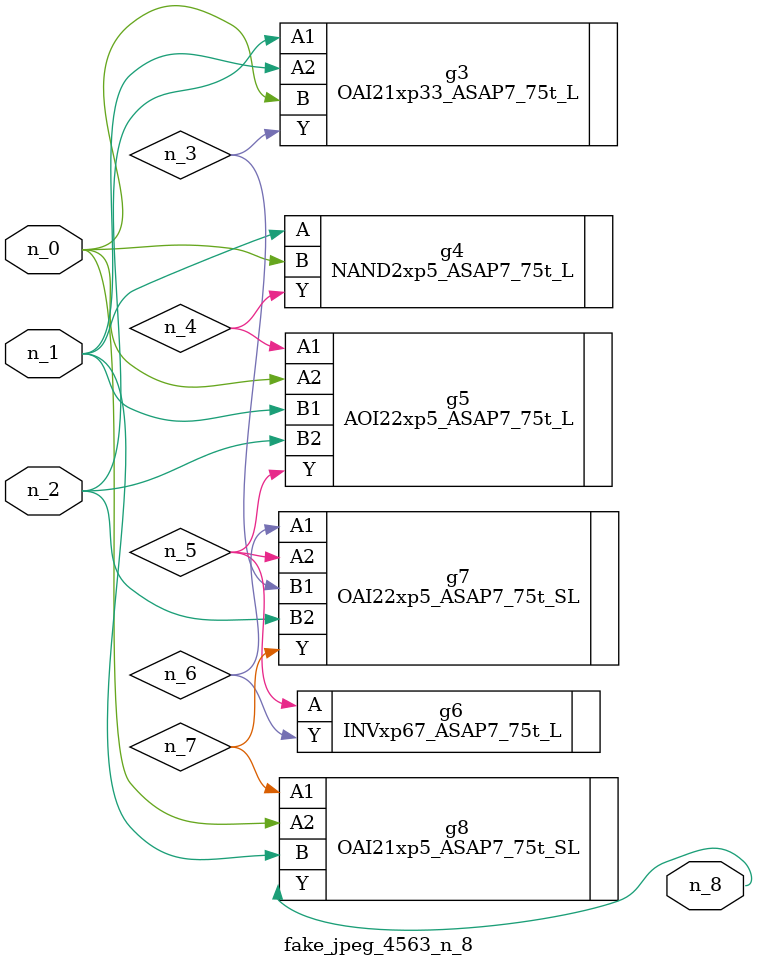
<source format=v>
module fake_jpeg_4563_n_8 (n_0, n_2, n_1, n_8);

input n_0;
input n_2;
input n_1;

output n_8;

wire n_3;
wire n_4;
wire n_6;
wire n_5;
wire n_7;

OAI21xp33_ASAP7_75t_L g3 ( 
.A1(n_2),
.A2(n_1),
.B(n_0),
.Y(n_3)
);

NAND2xp5_ASAP7_75t_L g4 ( 
.A(n_1),
.B(n_0),
.Y(n_4)
);

AOI22xp5_ASAP7_75t_L g5 ( 
.A1(n_4),
.A2(n_0),
.B1(n_1),
.B2(n_2),
.Y(n_5)
);

INVxp67_ASAP7_75t_L g6 ( 
.A(n_5),
.Y(n_6)
);

OAI22xp5_ASAP7_75t_SL g7 ( 
.A1(n_6),
.A2(n_5),
.B1(n_3),
.B2(n_2),
.Y(n_7)
);

OAI21xp5_ASAP7_75t_SL g8 ( 
.A1(n_7),
.A2(n_0),
.B(n_1),
.Y(n_8)
);


endmodule
</source>
